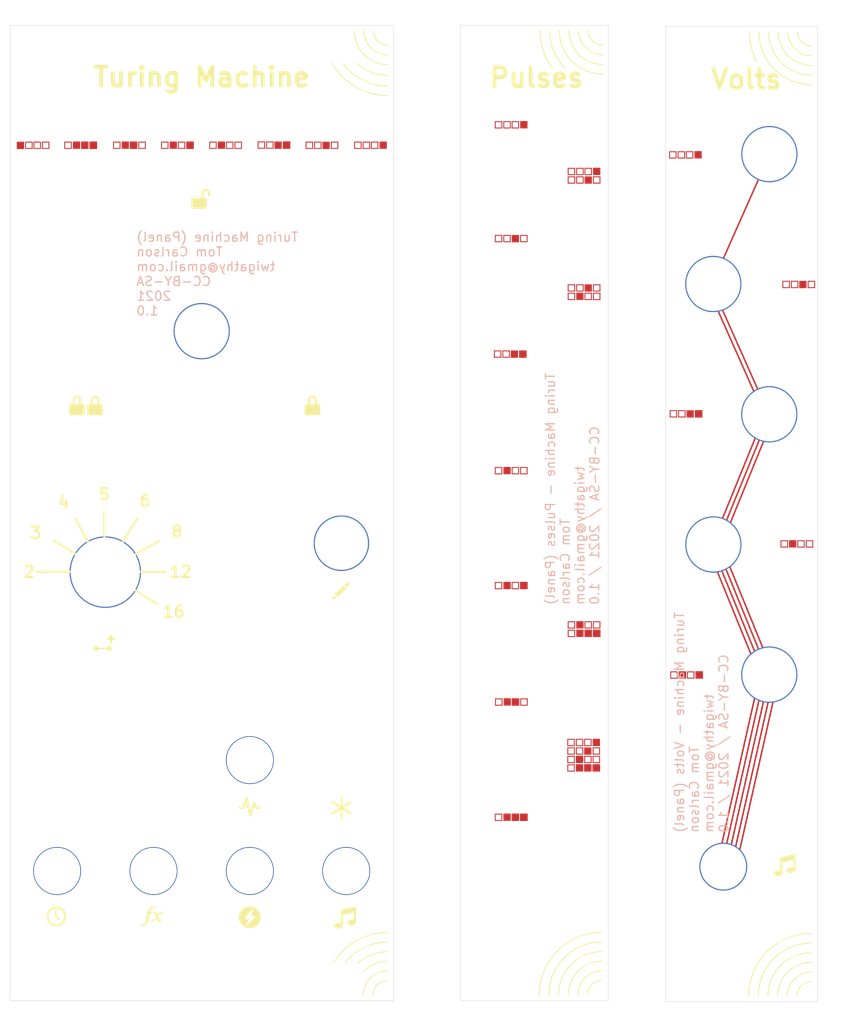
<source format=kicad_pcb>
(kicad_pcb (version 20171130) (host pcbnew "(5.1.4)-1")
  (layers (0 F.Cu signal) (31 B.Cu signal) (34 B.Paste user) (35 F.Paste user) (36 B.SilkS user) (37 F.SilkS user) (38 B.Mask user) (39 F.Mask user) (44 Edge.Cuts user))
  (net 0 "")
  (module RS:note (layer F.Cu) (at 196.9008 140.97)
    (fp_text reference G*** hide)
    (fp_text value LOGO hide)
  )
  (module MountingHole:MountingHole_3.2mm_M3 (layer F.Cu) (at 188.6712 155.9052)
    (fp_text reference REF** hide)
    (fp_text value MountingHole_3.2mm_M3)
    (pad "" np_thru_hole oval (at 0 0) (size 6.4 3.2) (drill oval 6.4 3.2) (layers *.Cu *.Mask))
  )
  (module MountingHole:MountingHole_3.2mm_M3 (layer F.Cu) (at 188.6712 33.4772)
    (fp_text reference REF** hide)
    (fp_text value MountingHole_3.2mm_M3)
    (pad "" np_thru_hole oval (at 0 0) (size 6.4 3.2) (drill oval 6.4 3.2) (layers *.Cu *.Mask))
  )
  (module MountingHole:MountingHole_6mm (layer F.Cu) (at 168.5 57.2973)
    (fp_text reference REF** hide)
    (fp_text value MountingHole_6mm)
    (pad "" np_thru_hole circle (at 0 0) (size 6.1 6.1) (drill 6.1) (layers *.Cu *.Mask))
  )
  (module "" (layer F.Cu) (at 165.9636 50.292 90)
    (fp_text reference @HOLE10 hide)
    (fp_text value "" (at 0 0 90) (layer F.SilkS) (effects (font (size 1.27 1.27))))
    (pad "" np_thru_hole circle (at 0 0 90) (size 3.1 3.1) (drill 3.1) (layers *.Cu *.Mask))
  )
  (module MountingHole:MountingHole_6mm (layer F.Cu) (at 158.975 80.7923)
    (fp_text reference REF** hide)
    (fp_text value MountingHole_6mm)
    (pad "" np_thru_hole circle (at 0 0) (size 6.1 6.1) (drill 6.1) (layers *.Cu *.Mask))
  )
  (module "" (layer F.Cu) (at 156.4386 43.561 90)
    (fp_text reference @HOLE10 hide)
    (fp_text value "" (at 0 0 90) (layer F.SilkS) (effects (font (size 1.27 1.27))))
    (pad "" np_thru_hole circle (at 0 0 90) (size 3.1 3.1) (drill 3.1) (layers *.Cu *.Mask))
  )
  (module MountingHole:MountingHole_3.2mm_M3 (layer F.Cu) (at 158.6484 155.7528)
    (fp_text reference REF** hide)
    (fp_text value MountingHole_3.2mm_M3)
    (pad "" np_thru_hole oval (at 0 0) (size 6.4 3.2) (drill oval 6.4 3.2) (layers *.Cu *.Mask))
  )
  (module MountingHole:MountingHole_3.2mm_M3 (layer F.Cu) (at 158.6484 33.2232)
    (fp_text reference REF** hide)
    (fp_text value MountingHole_3.2mm_M3)
    (pad "" np_thru_hole oval (at 0 0) (size 6.4 3.2) (drill oval 6.4 3.2) (layers *.Cu *.Mask))
  )
  (module "" (layer F.Cu) (at 156.4386 134.747 90)
    (fp_text reference @HOLE10 hide)
    (fp_text value "" (at 0 0 90) (layer F.SilkS) (effects (font (size 1.27 1.27))))
    (pad "" np_thru_hole circle (at 0 0 90) (size 3.1 3.1) (drill 3.1) (layers *.Cu *.Mask))
  )
  (module "" (layer F.Cu) (at 165.9636 126.492 90)
    (fp_text reference @HOLE10 hide)
    (fp_text value "" (at 0 0 90) (layer F.SilkS) (effects (font (size 1.27 1.27))))
    (pad "" np_thru_hole circle (at 0 0 90) (size 3.1 3.1) (drill 3.1) (layers *.Cu *.Mask))
  )
  (module "" (layer F.Cu) (at 156.4386 119.507 90)
    (fp_text reference @HOLE10 hide)
    (fp_text value "" (at 0 0 90) (layer F.SilkS) (effects (font (size 1.27 1.27))))
    (pad "" np_thru_hole circle (at 0 0 90) (size 3.1 3.1) (drill 3.1) (layers *.Cu *.Mask))
  )
  (module "" (layer F.Cu) (at 165.9636 109.982 90)
    (fp_text reference @HOLE10 hide)
    (fp_text value "" (at 0 0 90) (layer F.SilkS) (effects (font (size 1.27 1.27))))
    (pad "" np_thru_hole circle (at 0 0 90) (size 3.1 3.1) (drill 3.1) (layers *.Cu *.Mask))
  )
  (module "" (layer F.Cu) (at 156.4386 104.267 90)
    (fp_text reference @HOLE10 hide)
    (fp_text value "" (at 0 0 90) (layer F.SilkS) (effects (font (size 1.27 1.27))))
    (pad "" np_thru_hole circle (at 0 0 90) (size 3.1 3.1) (drill 3.1) (layers *.Cu *.Mask))
  )
  (module "" (layer F.Cu) (at 156.4386 89.027 90)
    (fp_text reference @HOLE10 hide)
    (fp_text value "" (at 0 0 90) (layer F.SilkS) (effects (font (size 1.27 1.27))))
    (pad "" np_thru_hole circle (at 0 0 90) (size 3.1 3.1) (drill 3.1) (layers *.Cu *.Mask))
  )
  (module "" (layer F.Cu) (at 156.4386 73.787 90)
    (fp_text reference @HOLE10 hide)
    (fp_text value "" (at 0 0 90) (layer F.SilkS) (effects (font (size 1.27 1.27))))
    (pad "" np_thru_hole circle (at 0 0 90) (size 3.1 3.1) (drill 3.1) (layers *.Cu *.Mask))
  )
  (module "" (layer F.Cu) (at 165.9636 65.532 90)
    (fp_text reference @HOLE10 hide)
    (fp_text value "" (at 0 0 90) (layer F.SilkS) (effects (font (size 1.27 1.27))))
    (pad "" np_thru_hole circle (at 0 0 90) (size 3.1 3.1) (drill 3.1) (layers *.Cu *.Mask))
  )
  (module "" (layer F.Cu) (at 156.4386 58.547 90)
    (fp_text reference @HOLE10 hide)
    (fp_text value "" (at 0 0 90) (layer F.SilkS) (effects (font (size 1.27 1.27))))
    (pad "" np_thru_hole circle (at 0 0 90) (size 3.1 3.1) (drill 3.1) (layers *.Cu *.Mask))
  )
  (module MountingHole:MountingHole_6mm (layer F.Cu) (at 158.975 141.7523)
    (fp_text reference REF** hide)
    (fp_text value MountingHole_6mm)
    (pad "" np_thru_hole circle (at 0 0) (size 6.1 6.1) (drill 6.1) (layers *.Cu *.Mask))
  )
  (module MountingHole:MountingHole_6mm (layer F.Cu) (at 168.5 133.4973)
    (fp_text reference REF** hide)
    (fp_text value MountingHole_6mm)
    (pad "" np_thru_hole circle (at 0 0) (size 6.1 6.1) (drill 6.1) (layers *.Cu *.Mask))
  )
  (module MountingHole:MountingHole_6mm (layer F.Cu) (at 158.975 126.5123)
    (fp_text reference REF** hide)
    (fp_text value MountingHole_6mm)
    (pad "" np_thru_hole circle (at 0 0) (size 6.1 6.1) (drill 6.1) (layers *.Cu *.Mask))
  )
  (module MountingHole:MountingHole_6mm (layer F.Cu) (at 168.5 117.6223)
    (fp_text reference REF** hide)
    (fp_text value MountingHole_6mm)
    (pad "" np_thru_hole circle (at 0 0) (size 6.1 6.1) (drill 6.1) (layers *.Cu *.Mask))
  )
  (module MountingHole:MountingHole_6mm (layer F.Cu) (at 158.975 111.2723)
    (fp_text reference REF** hide)
    (fp_text value MountingHole_6mm)
    (pad "" np_thru_hole circle (at 0 0) (size 6.1 6.1) (drill 6.1) (layers *.Cu *.Mask))
  )
  (module MountingHole:MountingHole_6mm (layer F.Cu) (at 158.975 96.0323)
    (fp_text reference REF** hide)
    (fp_text value MountingHole_6mm)
    (pad "" np_thru_hole circle (at 0 0) (size 6.1 6.1) (drill 6.1) (layers *.Cu *.Mask))
  )
  (module MountingHole:MountingHole_6mm (layer F.Cu) (at 168.5 72.5373)
    (fp_text reference REF** hide)
    (fp_text value MountingHole_6mm)
    (pad "" np_thru_hole circle (at 0 0) (size 6.1 6.1) (drill 6.1) (layers *.Cu *.Mask))
  )
  (module MountingHole:MountingHole_6mm (layer F.Cu) (at 158.975 65.5523)
    (fp_text reference REF** hide)
    (fp_text value MountingHole_6mm)
    (pad "" np_thru_hole circle (at 0 0) (size 6.1 6.1) (drill 6.1) (layers *.Cu *.Mask))
  )
  (module MountingHole:MountingHole_6mm (layer F.Cu) (at 158.975 50.3123)
    (fp_text reference REF** hide)
    (fp_text value MountingHole_6mm)
    (pad "" np_thru_hole circle (at 0 0) (size 6.1 6.1) (drill 6.1) (layers *.Cu *.Mask))
  )
  (module RS:note (layer F.Cu) (at 138.9634 147.8788)
    (fp_text reference G*** hide)
    (fp_text value LOGO hide)
  )
  (module RS:scale (layer F.Cu) (at 138.4808 133.4262)
    (fp_text reference G*** hide)
    (fp_text value LOGO hide)
  )
  (module RS:noise (layer F.Cu) (at 126.3142 147.8534)
    (fp_text reference G*** hide)
    (fp_text value LOGO hide)
  )
  (module RS:function (layer F.Cu) (at 113.5126 147.7264)
    (fp_text reference G*** hide)
    (fp_text value LOGO hide)
  )
  (module RS:clock (layer F.Cu) (at 100.8888 147.8026)
    (fp_text reference G*** hide)
    (fp_text value LOGO hide)
  )
  (module RS:pulse (layer F.Cu) (at 126.3396 133.2738)
    (fp_text reference G*** hide)
    (fp_text value LOGO hide)
  )
  (module RS:steps (layer F.Cu) (at 107.188 111.7092)
    (fp_text reference G*** hide)
    (fp_text value LOGO hide)
  )
  (module RS:edit (layer F.Cu) (at 138.3284 104.8512)
    (fp_text reference G*** hide)
    (fp_text value LOGO hide)
  )
  (module RS:unlocked (layer F.Cu) (at 119.888 53.1876)
    (fp_text reference G*** hide)
    (fp_text value LOGO hide)
  )
  (module RS:locked (layer F.Cu) (at 105.9434 80.391)
    (fp_text reference G*** hide)
    (fp_text value LOGO hide)
  )
  (module RS:locked (layer F.Cu) (at 103.5558 80.391)
    (fp_text reference G*** hide)
    (fp_text value LOGO hide)
  )
  (module RS:locked (layer F.Cu) (at 134.5946 80.391)
    (fp_text reference G*** hide)
    (fp_text value LOGO hide)
  )
  (module TuringPanel:SLOT_HOLE (layer F.Cu) (at 137.765 33.3523 180)
    (fp_text reference U$4 hide)
    (fp_text value "" hide)
    (fp_line (start -1.27 -1.6) (end 1.27 -1.6) (layer Edge.Cuts) (width 0.00254))
    (fp_line (start -1.27 1.6) (end 1.27 1.6) (layer Edge.Cuts) (width 0.00254))
    (fp_arc (start 1.27 0) (end 1.27 -1.6) (angle 180) (layer Edge.Cuts) (width 0.00254))
    (fp_arc (start -1.27 0) (end -1.27 -1.6) (angle -180) (layer Edge.Cuts) (width 0.00254))
    (fp_text user "CUT OUT" (at 0 0) (layer Edge.Cuts) (effects (font (size 0.7239 0.7239) (thickness 0.06096))))
  )
  (module TuringPanel:SLOT_HOLE (layer F.Cu) (at 137.765 155.8523 180)
    (fp_text reference U$2 hide)
    (fp_text value "" hide)
    (fp_line (start -1.27 -1.6) (end 1.27 -1.6) (layer Edge.Cuts) (width 0.00254))
    (fp_line (start -1.27 1.6) (end 1.27 1.6) (layer Edge.Cuts) (width 0.00254))
    (fp_arc (start 1.27 0) (end 1.27 -1.6) (angle 180) (layer Edge.Cuts) (width 0.00254))
    (fp_arc (start -1.27 0) (end -1.27 -1.6) (angle -180) (layer Edge.Cuts) (width 0.00254))
    (fp_text user "CUT OUT" (at 0 0) (layer Edge.Cuts) (effects (font (size 0.7239 0.7239) (thickness 0.06096))))
  )
  (module TuringPanel:SLOT_HOLE (layer F.Cu) (at 102.265 33.3523 180)
    (fp_text reference U$3 hide)
    (fp_text value "" hide)
    (fp_line (start -1.27 -1.6) (end 1.27 -1.6) (layer Edge.Cuts) (width 0.00254))
    (fp_line (start -1.27 1.6) (end 1.27 1.6) (layer Edge.Cuts) (width 0.00254))
    (fp_arc (start 1.27 0) (end 1.27 -1.6) (angle 180) (layer Edge.Cuts) (width 0.00254))
    (fp_arc (start -1.27 0) (end -1.27 -1.6) (angle -180) (layer Edge.Cuts) (width 0.00254))
    (fp_text user "CUT OUT" (at 0 0) (layer Edge.Cuts) (effects (font (size 0.7239 0.7239) (thickness 0.06096))))
  )
  (module "" (layer F.Cu) (at 97.775 42.9463 90)
    (fp_text reference @HOLE3 hide)
    (fp_text value "" (at 0 0 90) (layer F.SilkS) (effects (font (size 1.27 1.27))))
    (pad "" np_thru_hole circle (at 0 0 90) (size 3.1 3.1) (drill 3.1) (layers *.Cu *.Mask))
  )
  (module "" (layer F.Cu) (at 110.475 42.9463 90)
    (fp_text reference @HOLE5 hide)
    (fp_text value "" (at 0 0 90) (layer F.SilkS) (effects (font (size 1.27 1.27))))
    (pad "" np_thru_hole circle (at 0 0 90) (size 3.1 3.1) (drill 3.1) (layers *.Cu *.Mask))
  )
  (module "" (layer F.Cu) (at 138.415 125.2423 90)
    (fp_text reference @HOLE2 hide)
    (fp_text value "" (at 0 0 90) (layer F.SilkS) (effects (font (size 1.27 1.27))))
    (pad "" np_thru_hole circle (at 0 0 90) (size 7.1 7.1) (drill 7.1) (layers *.Cu *.Mask))
  )
  (module TuringPanel:SLOT_HOLE (layer F.Cu) (at 102.265 155.8523 180)
    (fp_text reference U$1 hide)
    (fp_text value "" hide)
    (fp_line (start -1.27 -1.6) (end 1.27 -1.6) (layer Edge.Cuts) (width 0.00254))
    (fp_line (start -1.27 1.6) (end 1.27 1.6) (layer Edge.Cuts) (width 0.00254))
    (fp_arc (start 1.27 0) (end 1.27 -1.6) (angle 180) (layer Edge.Cuts) (width 0.00254))
    (fp_arc (start -1.27 0) (end -1.27 -1.6) (angle -180) (layer Edge.Cuts) (width 0.00254))
    (fp_text user "CUT OUT" (at 0 0) (layer Edge.Cuts) (effects (font (size 0.7239 0.7239) (thickness 0.06096))))
  )
  (module "" (layer F.Cu) (at 104.125 42.9463 90)
    (fp_text reference @HOLE4 hide)
    (fp_text value "" (at 0 0 90) (layer F.SilkS) (effects (font (size 1.27 1.27))))
    (pad "" np_thru_hole circle (at 0 0 90) (size 3.1 3.1) (drill 3.1) (layers *.Cu *.Mask))
  )
  (module "" (layer F.Cu) (at 123.175 120.1623 90)
    (fp_text reference @HOLE1 hide)
    (fp_text value "" (at 0 0 90) (layer F.SilkS) (effects (font (size 1.27 1.27))))
    (pad "" np_thru_hole circle (at 0 0 90) (size 3.1 3.1) (drill 3.1) (layers *.Cu *.Mask))
  )
  (module "" (layer F.Cu) (at 97.775 134.7673 90)
    (fp_text reference @HOLE0 hide)
    (fp_text value "" (at 0 0 90) (layer F.SilkS) (effects (font (size 1.27 1.27))))
    (pad "" np_thru_hole circle (at 0 0 90) (size 3.1 3.1) (drill 3.1) (layers *.Cu *.Mask))
  )
  (module "" (layer F.Cu) (at 138.415 111.9073 90)
    (fp_text reference @HOLE11 hide)
    (fp_text value "" (at 0 0 90) (layer F.SilkS) (effects (font (size 1.27 1.27))))
    (pad "" np_thru_hole circle (at 0 0 90) (size 3 3) (drill 3) (layers *.Cu *.Mask))
  )
  (module "" (layer F.Cu) (at 116.825 42.9463 90)
    (fp_text reference @HOLE6 hide)
    (fp_text value "" (at 0 0 90) (layer F.SilkS) (effects (font (size 1.27 1.27))))
    (pad "" np_thru_hole circle (at 0 0 90) (size 3.1 3.1) (drill 3.1) (layers *.Cu *.Mask))
  )
  (module "" (layer F.Cu) (at 142.225 42.9463 90)
    (fp_text reference @HOLE10 hide)
    (fp_text value "" (at 0 0 90) (layer F.SilkS) (effects (font (size 1.27 1.27))))
    (pad "" np_thru_hole circle (at 0 0 90) (size 3.1 3.1) (drill 3.1) (layers *.Cu *.Mask))
  )
  (module "" (layer F.Cu) (at 135.875 42.9463 90)
    (fp_text reference @HOLE9 hide)
    (fp_text value "" (at 0 0 90) (layer F.SilkS) (effects (font (size 1.27 1.27))))
    (pad "" np_thru_hole circle (at 0 0 90) (size 3.1 3.1) (drill 3.1) (layers *.Cu *.Mask))
  )
  (module "" (layer F.Cu) (at 129.525 42.9463 90)
    (fp_text reference @HOLE8 hide)
    (fp_text value "" (at 0 0 90) (layer F.SilkS) (effects (font (size 1.27 1.27))))
    (pad "" np_thru_hole circle (at 0 0 90) (size 3.1 3.1) (drill 3.1) (layers *.Cu *.Mask))
  )
  (module "" (layer F.Cu) (at 123.175 42.9463 90)
    (fp_text reference @HOLE7 hide)
    (fp_text value "" (at 0 0 90) (layer F.SilkS) (effects (font (size 1.27 1.27))))
    (pad "" np_thru_hole circle (at 0 0 90) (size 3.1 3.1) (drill 3.1) (layers *.Cu *.Mask))
  )
  (gr_text "Turing Machine - Volts (Panel)\nTom Carlson\ntwigathy@gmail.com\nCC-BY-SA / 2021 / 1.0" (at 182.2704 136.8044 90) (layer B.SilkS) (effects (font (size 1.2065 1.2065) (thickness 0.1524)) (justify right top mirror)))
  (gr_text "Turing Machine - Pulses (Panel)\nTom Carlson\ntwigathy@gmail.com\nCC-BY-SA / 2021 / 1.0" (at 165.2524 106.7816 90) (layer B.SilkS) (effects (font (size 1.2065 1.2065) (thickness 0.1524)) (justify right top mirror)))
  (gr_line (start 184.023 115.5192) (end 184.023 116.3574) (layer F.Cu) (width 0.12))
  (gr_line (start 184.8866 116.3574) (end 184.8866 115.5192) (layer F.Cu) (width 0.12))
  (gr_line (start 184.8866 115.5192) (end 184.023 115.5192) (layer F.Cu) (width 0.12))
  (gr_line (start 186.0042 115.5192) (end 185.1406 115.5192) (layer F.Cu) (width 0.12))
  (gr_line (start 184.023 116.3574) (end 184.8866 116.3574) (layer F.Cu) (width 0.12))
  (gr_line (start 181.8132 115.5192) (end 181.8132 116.3574) (layer F.Cu) (width 0.12))
  (gr_line (start 185.1406 115.5192) (end 185.1406 116.3574) (layer F.Cu) (width 0.12))
  (gr_line (start 186.0042 116.3574) (end 186.0042 115.5192) (layer F.Cu) (width 0.12))
  (gr_line (start 182.6768 116.3574) (end 182.6768 115.5192) (layer F.Cu) (width 0.12))
  (gr_poly (pts (xy 186.0042 116.3574) (xy 185.1406 116.3574) (xy 185.1406 115.4938) (xy 186.0042 115.4938)) (layer F.Cu) (width 0.1))
  (gr_line (start 181.8132 116.3574) (end 182.6768 116.3574) (layer F.Cu) (width 0.12))
  (gr_line (start 185.1406 116.3574) (end 186.0042 116.3574) (layer F.Cu) (width 0.12))
  (gr_poly (pts (xy 183.7944 116.3574) (xy 182.9308 116.3574) (xy 182.9308 115.4938) (xy 183.7944 115.4938)) (layer F.Cu) (width 0.1))
  (gr_line (start 182.6768 115.5192) (end 181.8132 115.5192) (layer F.Cu) (width 0.12))
  (gr_line (start 200.533 99.0854) (end 200.533 98.2472) (layer F.Cu) (width 0.12))
  (gr_line (start 197.2056 98.2472) (end 196.342 98.2472) (layer F.Cu) (width 0.12))
  (gr_poly (pts (xy 198.3232 99.0854) (xy 197.4596 99.0854) (xy 197.4596 98.2218) (xy 198.3232 98.2218)) (layer F.Cu) (width 0.1))
  (gr_line (start 199.6694 99.0854) (end 200.533 99.0854) (layer F.Cu) (width 0.12))
  (gr_line (start 199.4154 99.0854) (end 199.4154 98.2472) (layer F.Cu) (width 0.12))
  (gr_line (start 197.2056 99.0854) (end 197.2056 98.2472) (layer F.Cu) (width 0.12))
  (gr_line (start 198.5518 98.2472) (end 198.5518 99.0854) (layer F.Cu) (width 0.12))
  (gr_line (start 198.5518 99.0854) (end 199.4154 99.0854) (layer F.Cu) (width 0.12))
  (gr_line (start 196.342 98.2472) (end 196.342 99.0854) (layer F.Cu) (width 0.12))
  (gr_line (start 199.6694 98.2472) (end 199.6694 99.0854) (layer F.Cu) (width 0.12))
  (gr_line (start 196.342 99.0854) (end 197.2056 99.0854) (layer F.Cu) (width 0.12))
  (gr_line (start 200.533 98.2472) (end 199.6694 98.2472) (layer F.Cu) (width 0.12))
  (gr_line (start 199.4154 98.2472) (end 198.5518 98.2472) (layer F.Cu) (width 0.12))
  (gr_line (start 185.928 81.1022) (end 185.0644 81.1022) (layer F.Cu) (width 0.12))
  (gr_line (start 185.928 81.9404) (end 185.928 81.1022) (layer F.Cu) (width 0.12))
  (gr_line (start 183.7182 81.9404) (end 183.7182 81.1022) (layer F.Cu) (width 0.12))
  (gr_line (start 182.6006 81.9404) (end 182.6006 81.1022) (layer F.Cu) (width 0.12))
  (gr_line (start 181.737 81.1022) (end 181.737 81.9404) (layer F.Cu) (width 0.12))
  (gr_line (start 185.0644 81.9404) (end 185.928 81.9404) (layer F.Cu) (width 0.12))
  (gr_line (start 182.8546 81.9404) (end 183.7182 81.9404) (layer F.Cu) (width 0.12))
  (gr_line (start 185.0644 81.1022) (end 185.0644 81.9404) (layer F.Cu) (width 0.12))
  (gr_line (start 182.8546 81.1022) (end 182.8546 81.9404) (layer F.Cu) (width 0.12))
  (gr_line (start 183.7182 81.1022) (end 182.8546 81.1022) (layer F.Cu) (width 0.12))
  (gr_line (start 181.737 81.9404) (end 182.6006 81.9404) (layer F.Cu) (width 0.12))
  (gr_line (start 182.6006 81.1022) (end 181.737 81.1022) (layer F.Cu) (width 0.12))
  (gr_poly (pts (xy 183.9468 81.1022) (xy 184.8104 81.1022) (xy 184.8104 81.9658) (xy 183.9468 81.9658)) (layer F.Cu) (width 0.1))
  (gr_poly (pts (xy 185.0644 81.1022) (xy 185.928 81.1022) (xy 185.928 81.9658) (xy 185.0644 81.9658)) (layer F.Cu) (width 0.1))
  (gr_line (start 197.7136 64.897) (end 198.5772 64.897) (layer F.Cu) (width 0.12))
  (gr_poly (pts (xy 198.8058 64.0588) (xy 199.6694 64.0588) (xy 199.6694 64.9224) (xy 198.8058 64.9224)) (layer F.Cu) (width 0.1))
  (gr_line (start 198.5772 64.0588) (end 197.7136 64.0588) (layer F.Cu) (width 0.12))
  (gr_line (start 196.596 64.0588) (end 196.596 64.897) (layer F.Cu) (width 0.12))
  (gr_line (start 199.9234 64.897) (end 200.787 64.897) (layer F.Cu) (width 0.12))
  (gr_line (start 200.787 64.897) (end 200.787 64.0588) (layer F.Cu) (width 0.12))
  (gr_line (start 197.7136 64.0588) (end 197.7136 64.897) (layer F.Cu) (width 0.12))
  (gr_line (start 196.596 64.897) (end 197.4596 64.897) (layer F.Cu) (width 0.12))
  (gr_line (start 198.5772 64.897) (end 198.5772 64.0588) (layer F.Cu) (width 0.12))
  (gr_line (start 199.9234 64.0588) (end 199.9234 64.897) (layer F.Cu) (width 0.12))
  (gr_line (start 197.4596 64.897) (end 197.4596 64.0588) (layer F.Cu) (width 0.12))
  (gr_line (start 197.4596 64.0588) (end 196.596 64.0588) (layer F.Cu) (width 0.12))
  (gr_line (start 200.787 64.0588) (end 199.9234 64.0588) (layer F.Cu) (width 0.12))
  (gr_line (start 182.5244 47.8282) (end 182.5244 46.99) (layer F.Cu) (width 0.12))
  (gr_line (start 181.6608 47.8282) (end 182.5244 47.8282) (layer F.Cu) (width 0.12))
  (gr_line (start 181.6608 46.99) (end 181.6608 47.8282) (layer F.Cu) (width 0.12))
  (gr_line (start 183.642 46.99) (end 182.7784 46.99) (layer F.Cu) (width 0.12))
  (gr_line (start 182.7784 46.99) (end 182.7784 47.8282) (layer F.Cu) (width 0.12))
  (gr_line (start 184.7342 47.8282) (end 184.7342 46.99) (layer F.Cu) (width 0.12))
  (gr_line (start 184.7342 46.99) (end 183.8706 46.99) (layer F.Cu) (width 0.12))
  (gr_poly (pts (xy 185.8518 47.8282) (xy 184.9882 47.8282) (xy 184.9882 46.9646) (xy 185.8518 46.9646)) (layer F.Cu) (width 0.1))
  (gr_line (start 182.5244 46.99) (end 181.6608 46.99) (layer F.Cu) (width 0.12))
  (gr_line (start 183.8706 46.99) (end 183.8706 47.8282) (layer F.Cu) (width 0.12))
  (gr_line (start 183.8706 47.8282) (end 184.7342 47.8282) (layer F.Cu) (width 0.12))
  (gr_line (start 182.7784 47.8282) (end 183.642 47.8282) (layer F.Cu) (width 0.12))
  (gr_line (start 183.642 47.8282) (end 183.642 46.99) (layer F.Cu) (width 0.12))
  (gr_arc (start 200.4314 31.1912) (end 193.4464 31.1912) (angle -90.21418883) (layer F.SilkS) (width 0.12))
  (gr_arc (start 200.4314 31.1912) (end 195.9864 31.1912) (angle -90.33214573) (layer F.SilkS) (width 0.12))
  (gr_arc (start 200.4314 31.1912) (end 194.7164 31.1912) (angle -90.28293982) (layer F.SilkS) (width 0.12))
  (gr_arc (start 200.4314 31.1912) (end 197.2564 31.1912) (angle -90) (layer F.SilkS) (width 0.12))
  (gr_arc (start 200.4314 31.1912) (end 192.1764 31.1912) (angle -28.21735585) (layer F.SilkS) (width 0.12))
  (gr_arc (start 200.4314 31.1912) (end 198.5264 31.1912) (angle -90) (layer F.SilkS) (width 0.12))
  (gr_arc (start 200.3425 158.242) (end 200.3425 152.527) (angle -90) (layer F.SilkS) (width 0.12))
  (gr_arc (start 200.3425 158.242) (end 200.3425 151.257) (angle -90) (layer F.SilkS) (width 0.12))
  (gr_arc (start 200.3425 158.242) (end 200.3425 149.987) (angle -90) (layer F.SilkS) (width 0.12))
  (gr_arc (start 200.3425 158.242) (end 200.3425 153.797) (angle -90) (layer F.SilkS) (width 0.12))
  (gr_arc (start 200.3425 158.242) (end 200.3425 156.337) (angle -90) (layer F.SilkS) (width 0.12))
  (gr_arc (start 200.3425 158.242) (end 200.3425 155.067) (angle -90) (layer F.SilkS) (width 0.12))
  (gr_text Volts (at 191.77 37.4396) (layer F.SilkS) (effects (font (size 2.5 2.5) (thickness 0.5))))
  (gr_line (start 201.1604 30.4793) (end 181.1604 30.4793) (layer Edge.Cuts) (width 0.05))
  (gr_line (start 201.1604 158.9793) (end 201.1604 30.4793) (layer Edge.Cuts) (width 0.05))
  (gr_line (start 181.1604 158.9793) (end 201.1604 158.9793) (layer Edge.Cuts) (width 0.05))
  (gr_line (start 181.1604 30.4793) (end 181.1604 158.9793) (layer Edge.Cuts) (width 0.05))
  (gr_line (start 168.2496 127.762) (end 168.2496 128.6002) (layer F.Cu) (width 0.12))
  (gr_line (start 172.4406 128.6002) (end 172.4406 127.762) (layer F.Cu) (width 0.12))
  (gr_line (start 172.4406 127.762) (end 171.577 127.762) (layer F.Cu) (width 0.12))
  (gr_line (start 171.577 128.6002) (end 172.4406 128.6002) (layer F.Cu) (width 0.12))
  (gr_line (start 169.1132 128.6002) (end 169.1132 127.762) (layer F.Cu) (width 0.12))
  (gr_line (start 171.323 128.6002) (end 171.323 127.762) (layer F.Cu) (width 0.12))
  (gr_line (start 172.4406 128.6002) (end 172.4406 127.762) (layer F.Cu) (width 0.12))
  (gr_line (start 171.323 127.4826) (end 171.323 126.6444) (layer F.Cu) (width 0.12))
  (gr_line (start 172.4406 127.762) (end 171.577 127.762) (layer F.Cu) (width 0.12))
  (gr_line (start 169.1132 127.762) (end 168.2496 127.762) (layer F.Cu) (width 0.12))
  (gr_line (start 171.323 126.6444) (end 170.4594 126.6444) (layer F.Cu) (width 0.12))
  (gr_line (start 168.2496 128.6002) (end 169.1132 128.6002) (layer F.Cu) (width 0.12))
  (gr_poly (pts (xy 170.2308 127.4826) (xy 169.3672 127.4826) (xy 169.3672 126.619) (xy 170.2308 126.619)) (layer F.Cu) (width 0.1))
  (gr_line (start 169.1132 127.4826) (end 169.1132 126.6444) (layer F.Cu) (width 0.12))
  (gr_line (start 168.2496 126.6444) (end 168.2496 127.4826) (layer F.Cu) (width 0.12))
  (gr_line (start 170.4594 127.4826) (end 171.323 127.4826) (layer F.Cu) (width 0.12))
  (gr_line (start 171.577 127.4826) (end 172.4406 127.4826) (layer F.Cu) (width 0.12))
  (gr_line (start 171.323 127.762) (end 170.4594 127.762) (layer F.Cu) (width 0.12))
  (gr_poly (pts (xy 171.323 128.6002) (xy 170.4594 128.6002) (xy 170.4594 127.7366) (xy 171.323 127.7366)) (layer F.Cu) (width 0.1))
  (gr_line (start 170.4594 127.762) (end 170.4594 128.6002) (layer F.Cu) (width 0.12))
  (gr_poly (pts (xy 172.4406 128.6002) (xy 171.577 128.6002) (xy 171.577 127.7366) (xy 172.4406 127.7366)) (layer F.Cu) (width 0.1))
  (gr_line (start 171.577 128.6002) (end 172.4406 128.6002) (layer F.Cu) (width 0.12))
  (gr_line (start 171.577 127.762) (end 171.577 128.6002) (layer F.Cu) (width 0.12))
  (gr_line (start 171.577 127.762) (end 171.577 128.6002) (layer F.Cu) (width 0.12))
  (gr_line (start 170.4594 128.6002) (end 171.323 128.6002) (layer F.Cu) (width 0.12))
  (gr_poly (pts (xy 170.2308 128.6002) (xy 169.3672 128.6002) (xy 169.3672 127.7366) (xy 170.2308 127.7366)) (layer F.Cu) (width 0.1))
  (gr_line (start 172.4406 127.4826) (end 172.4406 126.6444) (layer F.Cu) (width 0.12))
  (gr_line (start 172.4406 126.6444) (end 171.577 126.6444) (layer F.Cu) (width 0.12))
  (gr_line (start 168.2496 127.4826) (end 169.1132 127.4826) (layer F.Cu) (width 0.12))
  (gr_line (start 171.577 126.6444) (end 171.577 127.4826) (layer F.Cu) (width 0.12))
  (gr_line (start 169.1132 126.6444) (end 168.2496 126.6444) (layer F.Cu) (width 0.12))
  (gr_line (start 170.4594 126.6444) (end 170.4594 127.4826) (layer F.Cu) (width 0.12))
  (gr_line (start 170.4594 124.4092) (end 170.4594 125.2474) (layer F.Cu) (width 0.12))
  (gr_line (start 169.3672 125.2474) (end 170.2308 125.2474) (layer F.Cu) (width 0.12))
  (gr_line (start 171.323 125.2474) (end 171.323 124.4092) (layer F.Cu) (width 0.12))
  (gr_line (start 168.2496 124.4092) (end 168.2496 125.2474) (layer F.Cu) (width 0.12))
  (gr_line (start 169.1132 125.5268) (end 168.2496 125.5268) (layer F.Cu) (width 0.12))
  (gr_line (start 171.323 124.4092) (end 170.4594 124.4092) (layer F.Cu) (width 0.12))
  (gr_line (start 170.2308 125.2474) (end 170.2308 124.4092) (layer F.Cu) (width 0.12))
  (gr_line (start 168.2496 125.2474) (end 169.1132 125.2474) (layer F.Cu) (width 0.12))
  (gr_poly (pts (xy 172.4406 125.2474) (xy 171.577 125.2474) (xy 171.577 124.3838) (xy 172.4406 124.3838)) (layer F.Cu) (width 0.1))
  (gr_line (start 169.1132 124.4092) (end 168.2496 124.4092) (layer F.Cu) (width 0.12))
  (gr_line (start 169.1132 125.2474) (end 169.1132 124.4092) (layer F.Cu) (width 0.12))
  (gr_line (start 170.2308 124.4092) (end 169.3672 124.4092) (layer F.Cu) (width 0.12))
  (gr_line (start 169.3672 124.4092) (end 169.3672 125.2474) (layer F.Cu) (width 0.12))
  (gr_line (start 170.4594 125.2474) (end 171.323 125.2474) (layer F.Cu) (width 0.12))
  (gr_line (start 170.2308 126.365) (end 170.2308 125.5268) (layer F.Cu) (width 0.12))
  (gr_line (start 170.2308 125.5268) (end 169.3672 125.5268) (layer F.Cu) (width 0.12))
  (gr_line (start 171.577 126.365) (end 172.4406 126.365) (layer F.Cu) (width 0.12))
  (gr_line (start 169.3672 126.365) (end 170.2308 126.365) (layer F.Cu) (width 0.12))
  (gr_line (start 172.4406 125.5268) (end 171.577 125.5268) (layer F.Cu) (width 0.12))
  (gr_line (start 171.577 125.5268) (end 171.577 126.365) (layer F.Cu) (width 0.12))
  (gr_poly (pts (xy 170.4594 125.5268) (xy 171.323 125.5268) (xy 171.323 126.3904) (xy 170.4594 126.3904)) (layer F.Cu) (width 0.1))
  (gr_line (start 168.2496 125.5268) (end 168.2496 126.365) (layer F.Cu) (width 0.12))
  (gr_line (start 169.1132 126.365) (end 169.1132 125.5268) (layer F.Cu) (width 0.12))
  (gr_line (start 169.3672 125.5268) (end 169.3672 126.365) (layer F.Cu) (width 0.12))
  (gr_line (start 168.2496 126.365) (end 169.1132 126.365) (layer F.Cu) (width 0.12))
  (gr_line (start 172.4406 126.365) (end 172.4406 125.5268) (layer F.Cu) (width 0.12))
  (gr_line (start 171.6278 110.871) (end 172.4914 110.871) (layer F.Cu) (width 0.12))
  (gr_line (start 168.3004 110.0328) (end 168.3004 110.871) (layer F.Cu) (width 0.12))
  (gr_line (start 169.164 110.871) (end 169.164 110.0328) (layer F.Cu) (width 0.12))
  (gr_line (start 172.4914 110.871) (end 172.4914 110.0328) (layer F.Cu) (width 0.12))
  (gr_line (start 172.4914 110.0328) (end 171.6278 110.0328) (layer F.Cu) (width 0.12))
  (gr_poly (pts (xy 172.4914 110.871) (xy 171.6278 110.871) (xy 171.6278 110.0074) (xy 172.4914 110.0074)) (layer F.Cu) (width 0.1))
  (gr_line (start 171.6278 110.0328) (end 171.6278 110.871) (layer F.Cu) (width 0.12))
  (gr_line (start 171.6278 110.0328) (end 171.6278 110.871) (layer F.Cu) (width 0.12))
  (gr_line (start 170.5102 110.871) (end 171.3738 110.871) (layer F.Cu) (width 0.12))
  (gr_poly (pts (xy 171.3738 110.871) (xy 170.5102 110.871) (xy 170.5102 110.0074) (xy 171.3738 110.0074)) (layer F.Cu) (width 0.1))
  (gr_poly (pts (xy 170.2816 110.871) (xy 169.418 110.871) (xy 169.418 110.0074) (xy 170.2816 110.0074)) (layer F.Cu) (width 0.1))
  (gr_line (start 171.6278 110.871) (end 172.4914 110.871) (layer F.Cu) (width 0.12))
  (gr_line (start 170.5102 110.0328) (end 170.5102 110.871) (layer F.Cu) (width 0.12))
  (gr_line (start 171.3738 110.0328) (end 170.5102 110.0328) (layer F.Cu) (width 0.12))
  (gr_line (start 172.4914 110.871) (end 172.4914 110.0328) (layer F.Cu) (width 0.12))
  (gr_line (start 172.4914 110.0328) (end 171.6278 110.0328) (layer F.Cu) (width 0.12))
  (gr_line (start 169.164 110.0328) (end 168.3004 110.0328) (layer F.Cu) (width 0.12))
  (gr_line (start 168.3004 110.871) (end 169.164 110.871) (layer F.Cu) (width 0.12))
  (gr_line (start 171.3738 110.871) (end 171.3738 110.0328) (layer F.Cu) (width 0.12))
  (gr_line (start 169.164 109.7534) (end 169.164 108.9152) (layer F.Cu) (width 0.12))
  (gr_line (start 171.3738 109.7534) (end 171.3738 108.9152) (layer F.Cu) (width 0.12))
  (gr_line (start 168.3004 108.9152) (end 168.3004 109.7534) (layer F.Cu) (width 0.12))
  (gr_line (start 171.6278 109.7534) (end 172.4914 109.7534) (layer F.Cu) (width 0.12))
  (gr_line (start 170.5102 109.7534) (end 171.3738 109.7534) (layer F.Cu) (width 0.12))
  (gr_line (start 171.3738 108.9152) (end 170.5102 108.9152) (layer F.Cu) (width 0.12))
  (gr_poly (pts (xy 170.2816 109.7534) (xy 169.418 109.7534) (xy 169.418 108.8898) (xy 170.2816 108.8898)) (layer F.Cu) (width 0.1))
  (gr_line (start 172.4914 108.9152) (end 171.6278 108.9152) (layer F.Cu) (width 0.12))
  (gr_line (start 168.3004 109.7534) (end 169.164 109.7534) (layer F.Cu) (width 0.12))
  (gr_line (start 171.6278 108.9152) (end 171.6278 109.7534) (layer F.Cu) (width 0.12))
  (gr_line (start 169.164 108.9152) (end 168.3004 108.9152) (layer F.Cu) (width 0.12))
  (gr_line (start 170.5102 108.9152) (end 170.5102 109.7534) (layer F.Cu) (width 0.12))
  (gr_line (start 172.4914 109.7534) (end 172.4914 108.9152) (layer F.Cu) (width 0.12))
  (gr_line (start 169.164 66.4718) (end 169.164 65.6336) (layer F.Cu) (width 0.12))
  (gr_line (start 171.3738 66.4718) (end 171.3738 65.6336) (layer F.Cu) (width 0.12))
  (gr_line (start 168.3004 65.6336) (end 168.3004 66.4718) (layer F.Cu) (width 0.12))
  (gr_line (start 171.6278 66.4718) (end 172.4914 66.4718) (layer F.Cu) (width 0.12))
  (gr_line (start 170.5102 66.4718) (end 171.3738 66.4718) (layer F.Cu) (width 0.12))
  (gr_line (start 171.3738 65.6336) (end 170.5102 65.6336) (layer F.Cu) (width 0.12))
  (gr_poly (pts (xy 170.2816 66.4718) (xy 169.418 66.4718) (xy 169.418 65.6082) (xy 170.2816 65.6082)) (layer F.Cu) (width 0.1))
  (gr_line (start 172.4914 65.6336) (end 171.6278 65.6336) (layer F.Cu) (width 0.12))
  (gr_line (start 168.3004 66.4718) (end 169.164 66.4718) (layer F.Cu) (width 0.12))
  (gr_line (start 171.6278 65.6336) (end 171.6278 66.4718) (layer F.Cu) (width 0.12))
  (gr_line (start 169.164 65.6336) (end 168.3004 65.6336) (layer F.Cu) (width 0.12))
  (gr_line (start 170.5102 65.6336) (end 170.5102 66.4718) (layer F.Cu) (width 0.12))
  (gr_line (start 172.4914 66.4718) (end 172.4914 65.6336) (layer F.Cu) (width 0.12))
  (gr_line (start 168.3004 65.3542) (end 169.164 65.3542) (layer F.Cu) (width 0.12))
  (gr_line (start 169.418 64.516) (end 169.418 65.3542) (layer F.Cu) (width 0.12))
  (gr_line (start 172.4914 65.3542) (end 172.4914 64.516) (layer F.Cu) (width 0.12))
  (gr_line (start 168.3004 64.516) (end 168.3004 65.3542) (layer F.Cu) (width 0.12))
  (gr_line (start 169.164 65.3542) (end 169.164 64.516) (layer F.Cu) (width 0.12))
  (gr_poly (pts (xy 170.5102 64.516) (xy 171.3738 64.516) (xy 171.3738 65.3796) (xy 170.5102 65.3796)) (layer F.Cu) (width 0.1))
  (gr_line (start 170.2816 65.3542) (end 170.2816 64.516) (layer F.Cu) (width 0.12))
  (gr_line (start 170.2816 64.516) (end 169.418 64.516) (layer F.Cu) (width 0.12))
  (gr_line (start 171.6278 65.3542) (end 172.4914 65.3542) (layer F.Cu) (width 0.12))
  (gr_line (start 169.418 65.3542) (end 170.2816 65.3542) (layer F.Cu) (width 0.12))
  (gr_line (start 172.4914 64.516) (end 171.6278 64.516) (layer F.Cu) (width 0.12))
  (gr_line (start 171.6278 64.516) (end 171.6278 65.3542) (layer F.Cu) (width 0.12))
  (gr_line (start 169.164 64.516) (end 168.3004 64.516) (layer F.Cu) (width 0.12))
  (gr_line (start 168.3004 51.1302) (end 169.164 51.1302) (layer F.Cu) (width 0.12))
  (gr_line (start 169.418 50.292) (end 169.418 51.1302) (layer F.Cu) (width 0.12))
  (gr_line (start 172.4914 51.1302) (end 172.4914 50.292) (layer F.Cu) (width 0.12))
  (gr_line (start 168.3004 50.292) (end 168.3004 51.1302) (layer F.Cu) (width 0.12))
  (gr_line (start 169.164 51.1302) (end 169.164 50.292) (layer F.Cu) (width 0.12))
  (gr_poly (pts (xy 170.5102 50.292) (xy 171.3738 50.292) (xy 171.3738 51.1556) (xy 170.5102 51.1556)) (layer F.Cu) (width 0.1))
  (gr_line (start 170.2816 51.1302) (end 170.2816 50.292) (layer F.Cu) (width 0.12))
  (gr_line (start 170.2816 50.292) (end 169.418 50.292) (layer F.Cu) (width 0.12))
  (gr_line (start 171.6278 51.1302) (end 172.4914 51.1302) (layer F.Cu) (width 0.12))
  (gr_line (start 169.418 51.1302) (end 170.2816 51.1302) (layer F.Cu) (width 0.12))
  (gr_line (start 172.4914 50.292) (end 171.6278 50.292) (layer F.Cu) (width 0.12))
  (gr_line (start 171.6278 50.292) (end 171.6278 51.1302) (layer F.Cu) (width 0.12))
  (gr_line (start 169.164 50.292) (end 168.3004 50.292) (layer F.Cu) (width 0.12))
  (gr_line (start 169.418 50.0126) (end 170.2816 50.0126) (layer F.Cu) (width 0.12))
  (gr_poly (pts (xy 172.4914 50.0126) (xy 171.6278 50.0126) (xy 171.6278 49.149) (xy 172.4914 49.149)) (layer F.Cu) (width 0.1))
  (gr_line (start 168.3004 50.0126) (end 169.164 50.0126) (layer F.Cu) (width 0.12))
  (gr_line (start 171.3738 50.0126) (end 171.3738 49.1744) (layer F.Cu) (width 0.12))
  (gr_line (start 169.164 49.1744) (end 168.3004 49.1744) (layer F.Cu) (width 0.12))
  (gr_line (start 169.164 50.0126) (end 169.164 49.1744) (layer F.Cu) (width 0.12))
  (gr_line (start 170.2816 49.1744) (end 169.418 49.1744) (layer F.Cu) (width 0.12))
  (gr_line (start 168.3004 49.1744) (end 168.3004 50.0126) (layer F.Cu) (width 0.12))
  (gr_line (start 171.3738 49.1744) (end 170.5102 49.1744) (layer F.Cu) (width 0.12))
  (gr_line (start 169.418 49.1744) (end 169.418 50.0126) (layer F.Cu) (width 0.12))
  (gr_line (start 170.2816 50.0126) (end 170.2816 49.1744) (layer F.Cu) (width 0.12))
  (gr_line (start 170.5102 49.1744) (end 170.5102 50.0126) (layer F.Cu) (width 0.12))
  (gr_line (start 170.5102 50.0126) (end 171.3738 50.0126) (layer F.Cu) (width 0.12))
  (gr_line (start 162.0266 135.1026) (end 162.8902 135.1026) (layer F.Cu) (width 0.12))
  (gr_line (start 158.6992 134.2644) (end 158.6992 135.1026) (layer F.Cu) (width 0.12))
  (gr_line (start 159.5628 135.1026) (end 159.5628 134.2644) (layer F.Cu) (width 0.12))
  (gr_line (start 162.8902 135.1026) (end 162.8902 134.2644) (layer F.Cu) (width 0.12))
  (gr_line (start 162.8902 134.2644) (end 162.0266 134.2644) (layer F.Cu) (width 0.12))
  (gr_poly (pts (xy 162.8902 135.1026) (xy 162.0266 135.1026) (xy 162.0266 134.239) (xy 162.8902 134.239)) (layer F.Cu) (width 0.1))
  (gr_line (start 162.0266 134.2644) (end 162.0266 135.1026) (layer F.Cu) (width 0.12))
  (gr_line (start 160.909 103.7336) (end 160.909 104.5718) (layer F.Cu) (width 0.12))
  (gr_line (start 158.6992 103.7336) (end 158.6992 104.5718) (layer F.Cu) (width 0.12))
  (gr_line (start 161.7726 103.7336) (end 160.909 103.7336) (layer F.Cu) (width 0.12))
  (gr_line (start 162.8902 104.5718) (end 162.8902 103.7336) (layer F.Cu) (width 0.12))
  (gr_line (start 162.8902 103.7336) (end 162.0266 103.7336) (layer F.Cu) (width 0.12))
  (gr_line (start 160.909 104.5718) (end 161.7726 104.5718) (layer F.Cu) (width 0.12))
  (gr_line (start 161.7726 104.5718) (end 161.7726 103.7336) (layer F.Cu) (width 0.12))
  (gr_line (start 162.0266 103.7336) (end 162.0266 104.5718) (layer F.Cu) (width 0.12))
  (gr_line (start 159.5628 104.5718) (end 159.5628 103.7336) (layer F.Cu) (width 0.12))
  (gr_line (start 162.0266 134.2644) (end 162.0266 135.1026) (layer F.Cu) (width 0.12))
  (gr_line (start 160.909 135.1026) (end 161.7726 135.1026) (layer F.Cu) (width 0.12))
  (gr_line (start 162.9156 119.0752) (end 162.052 119.0752) (layer F.Cu) (width 0.12))
  (gr_poly (pts (xy 161.7726 135.1026) (xy 160.909 135.1026) (xy 160.909 134.239) (xy 161.7726 134.239)) (layer F.Cu) (width 0.1))
  (gr_poly (pts (xy 160.6804 135.1026) (xy 159.8168 135.1026) (xy 159.8168 134.239) (xy 160.6804 134.239)) (layer F.Cu) (width 0.1))
  (gr_line (start 162.0266 135.1026) (end 162.8902 135.1026) (layer F.Cu) (width 0.12))
  (gr_line (start 160.909 134.2644) (end 160.909 135.1026) (layer F.Cu) (width 0.12))
  (gr_line (start 161.7726 134.2644) (end 160.909 134.2644) (layer F.Cu) (width 0.12))
  (gr_line (start 162.052 119.0752) (end 162.052 119.9134) (layer F.Cu) (width 0.12))
  (gr_poly (pts (xy 160.7058 119.9134) (xy 159.8422 119.9134) (xy 159.8422 119.0498) (xy 160.7058 119.0498)) (layer F.Cu) (width 0.1))
  (gr_line (start 160.9344 119.9134) (end 161.798 119.9134) (layer F.Cu) (width 0.12))
  (gr_line (start 159.5882 119.9134) (end 159.5882 119.0752) (layer F.Cu) (width 0.12))
  (gr_line (start 162.8902 135.1026) (end 162.8902 134.2644) (layer F.Cu) (width 0.12))
  (gr_line (start 160.9344 119.0752) (end 160.9344 119.9134) (layer F.Cu) (width 0.12))
  (gr_poly (pts (xy 160.6804 104.5718) (xy 159.8168 104.5718) (xy 159.8168 103.7082) (xy 160.6804 103.7082)) (layer F.Cu) (width 0.1))
  (gr_line (start 158.7246 119.9134) (end 159.5882 119.9134) (layer F.Cu) (width 0.12))
  (gr_line (start 159.5628 103.7336) (end 158.6992 103.7336) (layer F.Cu) (width 0.12))
  (gr_line (start 162.052 119.9134) (end 162.9156 119.9134) (layer F.Cu) (width 0.12))
  (gr_line (start 162.8902 134.2644) (end 162.0266 134.2644) (layer F.Cu) (width 0.12))
  (gr_line (start 159.5882 119.0752) (end 158.7246 119.0752) (layer F.Cu) (width 0.12))
  (gr_line (start 158.6992 104.5718) (end 159.5628 104.5718) (layer F.Cu) (width 0.12))
  (gr_line (start 162.0266 104.5718) (end 162.8902 104.5718) (layer F.Cu) (width 0.12))
  (gr_poly (pts (xy 162.8902 104.5718) (xy 162.0266 104.5718) (xy 162.0266 103.7082) (xy 162.8902 103.7082)) (layer F.Cu) (width 0.1))
  (gr_line (start 161.798 119.9134) (end 161.798 119.0752) (layer F.Cu) (width 0.12))
  (gr_line (start 159.5628 134.2644) (end 158.6992 134.2644) (layer F.Cu) (width 0.12))
  (gr_line (start 158.6992 135.1026) (end 159.5628 135.1026) (layer F.Cu) (width 0.12))
  (gr_line (start 158.7246 119.0752) (end 158.7246 119.9134) (layer F.Cu) (width 0.12))
  (gr_line (start 162.9156 119.9134) (end 162.9156 119.0752) (layer F.Cu) (width 0.12))
  (gr_line (start 161.798 119.0752) (end 160.9344 119.0752) (layer F.Cu) (width 0.12))
  (gr_poly (pts (xy 161.798 119.9134) (xy 160.9344 119.9134) (xy 160.9344 119.0498) (xy 161.798 119.0498)) (layer F.Cu) (width 0.1))
  (gr_line (start 161.7726 135.1026) (end 161.7726 134.2644) (layer F.Cu) (width 0.12))
  (gr_line (start 159.5628 89.4334) (end 159.5628 88.5952) (layer F.Cu) (width 0.12))
  (gr_line (start 161.7726 89.4334) (end 161.7726 88.5952) (layer F.Cu) (width 0.12))
  (gr_line (start 158.6992 88.5952) (end 158.6992 89.4334) (layer F.Cu) (width 0.12))
  (gr_line (start 162.0266 89.4334) (end 162.8902 89.4334) (layer F.Cu) (width 0.12))
  (gr_line (start 160.909 89.4334) (end 161.7726 89.4334) (layer F.Cu) (width 0.12))
  (gr_line (start 161.7726 88.5952) (end 160.909 88.5952) (layer F.Cu) (width 0.12))
  (gr_poly (pts (xy 160.6804 89.4334) (xy 159.8168 89.4334) (xy 159.8168 88.5698) (xy 160.6804 88.5698)) (layer F.Cu) (width 0.1))
  (gr_line (start 162.8902 88.5952) (end 162.0266 88.5952) (layer F.Cu) (width 0.12))
  (gr_line (start 158.6992 89.4334) (end 159.5628 89.4334) (layer F.Cu) (width 0.12))
  (gr_line (start 162.0266 88.5952) (end 162.0266 89.4334) (layer F.Cu) (width 0.12))
  (gr_line (start 159.5628 88.5952) (end 158.6992 88.5952) (layer F.Cu) (width 0.12))
  (gr_line (start 160.909 88.5952) (end 160.909 89.4334) (layer F.Cu) (width 0.12))
  (gr_line (start 162.8902 89.4334) (end 162.8902 88.5952) (layer F.Cu) (width 0.12))
  (gr_line (start 161.8996 73.2282) (end 161.8996 74.0664) (layer F.Cu) (width 0.12))
  (gr_line (start 159.6898 74.0664) (end 160.5534 74.0664) (layer F.Cu) (width 0.12))
  (gr_line (start 160.5534 74.0664) (end 160.5534 73.2282) (layer F.Cu) (width 0.12))
  (gr_line (start 160.5534 73.2282) (end 159.6898 73.2282) (layer F.Cu) (width 0.12))
  (gr_line (start 159.6898 73.2282) (end 159.6898 74.0664) (layer F.Cu) (width 0.12))
  (gr_line (start 158.5722 74.0664) (end 159.4358 74.0664) (layer F.Cu) (width 0.12))
  (gr_line (start 161.8996 74.0664) (end 162.7632 74.0664) (layer F.Cu) (width 0.12))
  (gr_poly (pts (xy 160.782 73.2282) (xy 161.6456 73.2282) (xy 161.6456 74.0918) (xy 160.782 74.0918)) (layer F.Cu) (width 0.1))
  (gr_line (start 158.5722 73.2282) (end 158.5722 74.0664) (layer F.Cu) (width 0.12))
  (gr_line (start 159.4358 74.0664) (end 159.4358 73.2282) (layer F.Cu) (width 0.12))
  (gr_line (start 159.4358 73.2282) (end 158.5722 73.2282) (layer F.Cu) (width 0.12))
  (gr_poly (pts (xy 161.8996 73.2282) (xy 162.7632 73.2282) (xy 162.7632 74.0918) (xy 161.8996 74.0918)) (layer F.Cu) (width 0.1))
  (gr_line (start 162.7632 73.2282) (end 161.8996 73.2282) (layer F.Cu) (width 0.12))
  (gr_line (start 162.7632 74.0664) (end 162.7632 73.2282) (layer F.Cu) (width 0.12))
  (gr_line (start 158.6992 58.8518) (end 159.5628 58.8518) (layer F.Cu) (width 0.12))
  (gr_line (start 159.8168 58.0136) (end 159.8168 58.8518) (layer F.Cu) (width 0.12))
  (gr_line (start 162.8902 58.8518) (end 162.8902 58.0136) (layer F.Cu) (width 0.12))
  (gr_line (start 158.6992 58.0136) (end 158.6992 58.8518) (layer F.Cu) (width 0.12))
  (gr_line (start 159.5628 58.8518) (end 159.5628 58.0136) (layer F.Cu) (width 0.12))
  (gr_poly (pts (xy 160.909 58.0136) (xy 161.7726 58.0136) (xy 161.7726 58.8772) (xy 160.909 58.8772)) (layer F.Cu) (width 0.1))
  (gr_line (start 160.6804 58.8518) (end 160.6804 58.0136) (layer F.Cu) (width 0.12))
  (gr_line (start 160.6804 58.0136) (end 159.8168 58.0136) (layer F.Cu) (width 0.12))
  (gr_line (start 162.0266 58.8518) (end 162.8902 58.8518) (layer F.Cu) (width 0.12))
  (gr_line (start 159.8168 58.8518) (end 160.6804 58.8518) (layer F.Cu) (width 0.12))
  (gr_line (start 162.8902 58.0136) (end 162.0266 58.0136) (layer F.Cu) (width 0.12))
  (gr_line (start 162.0266 58.0136) (end 162.0266 58.8518) (layer F.Cu) (width 0.12))
  (gr_line (start 159.5628 58.0136) (end 158.6992 58.0136) (layer F.Cu) (width 0.12))
  (gr_line (start 160.6804 43.8658) (end 160.6804 43.0276) (layer F.Cu) (width 0.12))
  (gr_line (start 158.6992 43.0276) (end 158.6992 43.8658) (layer F.Cu) (width 0.12))
  (gr_line (start 159.8168 43.8658) (end 160.6804 43.8658) (layer F.Cu) (width 0.12))
  (gr_line (start 158.6992 43.8658) (end 159.5628 43.8658) (layer F.Cu) (width 0.12))
  (gr_line (start 160.909 43.0276) (end 160.909 43.8658) (layer F.Cu) (width 0.12))
  (gr_line (start 160.909 43.8658) (end 161.7726 43.8658) (layer F.Cu) (width 0.12))
  (gr_line (start 161.7726 43.8658) (end 161.7726 43.0276) (layer F.Cu) (width 0.12))
  (gr_line (start 159.8168 43.0276) (end 159.8168 43.8658) (layer F.Cu) (width 0.12))
  (gr_line (start 159.5628 43.0276) (end 158.6992 43.0276) (layer F.Cu) (width 0.12))
  (gr_poly (pts (xy 162.8902 43.8658) (xy 162.0266 43.8658) (xy 162.0266 43.0022) (xy 162.8902 43.0022)) (layer F.Cu) (width 0.1))
  (gr_line (start 161.7726 43.0276) (end 160.909 43.0276) (layer F.Cu) (width 0.12))
  (gr_line (start 159.5628 43.8658) (end 159.5628 43.0276) (layer F.Cu) (width 0.12))
  (gr_line (start 160.6804 43.0276) (end 159.8168 43.0276) (layer F.Cu) (width 0.12))
  (gr_arc (start 172.847 31.0388) (end 167.132 31.0388) (angle -90.28293982) (layer F.SilkS) (width 0.12))
  (gr_arc (start 172.847 31.0388) (end 170.942 31.0388) (angle -90) (layer F.SilkS) (width 0.12))
  (gr_arc (start 172.847 31.0388) (end 164.592 31.0388) (angle -36.62323837) (layer F.SilkS) (width 0.12))
  (gr_arc (start 172.847 31.0388) (end 165.862 31.0388) (angle -44.85711805) (layer F.SilkS) (width 0.12))
  (gr_arc (start 172.847 31.0388) (end 168.402 31.0388) (angle -90.33214573) (layer F.SilkS) (width 0.12))
  (gr_arc (start 172.847 31.0388) (end 169.672 31.0388) (angle -90) (layer F.SilkS) (width 0.12))
  (gr_arc (start 172.7581 158.0896) (end 172.7581 153.6446) (angle -90) (layer F.SilkS) (width 0.12))
  (gr_arc (start 172.7581 158.0896) (end 172.7581 149.8346) (angle -90) (layer F.SilkS) (width 0.12))
  (gr_arc (start 172.7581 158.0896) (end 172.7581 156.1846) (angle -90) (layer F.SilkS) (width 0.12))
  (gr_arc (start 172.7581 158.0896) (end 172.7581 152.3746) (angle -90) (layer F.SilkS) (width 0.12))
  (gr_arc (start 172.7581 158.0896) (end 172.7581 151.1046) (angle -90) (layer F.SilkS) (width 0.12))
  (gr_arc (start 172.7581 158.0896) (end 172.7581 154.9146) (angle -90) (layer F.SilkS) (width 0.12))
  (gr_text Pulses (at 164.1348 37.2364) (layer F.SilkS) (effects (font (size 2.5 2.5) (thickness 0.5))))
  (gr_line (start 173.5836 158.8276) (end 173.5836 30.3276) (layer Edge.Cuts) (width 0.05))
  (gr_line (start 154.0764 158.8276) (end 154.0764 30.3276) (layer Edge.Cuts) (width 0.05))
  (gr_line (start 173.5836 30.3276) (end 154.0764 30.3276) (layer Edge.Cuts) (width 0.05))
  (gr_line (start 154.0764 158.8276) (end 173.5836 158.8276) (layer Edge.Cuts) (width 0.05))
  (gr_arc (start 144.5514 31.0642) (end 137.16 35.3314) (angle -60.18762498) (layer F.SilkS) (width 0.12))
  (gr_arc (start 144.5514 31.0642) (end 140.4874 35.3314) (angle -43.88568867) (layer F.SilkS) (width 0.12))
  (gr_arc (start 144.5514 31.0642) (end 142.6464 31.0642) (angle -90) (layer F.SilkS) (width 0.12))
  (gr_arc (start 144.5514 31.0642) (end 138.6586 35.3568) (angle -54.14281568) (layer F.SilkS) (width 0.12))
  (gr_arc (start 144.5514 31.0642) (end 141.3764 31.0642) (angle -90) (layer F.SilkS) (width 0.12))
  (gr_arc (start 144.5514 31.0642) (end 140.1064 31.0642) (angle -90.33214573) (layer F.SilkS) (width 0.12))
  (gr_arc (start 144.4625 158.115) (end 144.4625 151.13) (angle -52.77514033) (layer F.SilkS) (width 0.12))
  (gr_arc (start 144.4625 158.115) (end 144.4625 154.94) (angle -90) (layer F.SilkS) (width 0.12))
  (gr_arc (start 144.4625 158.115) (end 144.4625 149.86) (angle -58.50783888) (layer F.SilkS) (width 0.12))
  (gr_arc (start 144.4625 158.115) (end 144.4625 153.67) (angle -44.88960364) (layer F.SilkS) (width 0.12))
  (gr_arc (start 144.4625 158.115) (end 144.4625 156.21) (angle -90) (layer F.SilkS) (width 0.12))
  (gr_arc (start 144.4625 158.115) (end 144.4625 152.4) (angle -43.10586927) (layer F.SilkS) (width 0.12))
  (gr_text "Turing Machine" (at 120.015 37.1602) (layer F.SilkS) (effects (font (size 2.5 2.5) (thickness 0.5))))
  (gr_line (start 99.8728 45.72) (end 99.0092 45.72) (layer F.Cu) (width 0.12))
  (gr_line (start 98.7552 45.72) (end 97.8916 45.72) (layer F.Cu) (width 0.12))
  (gr_line (start 96.7994 45.72) (end 96.7994 46.5582) (layer F.Cu) (width 0.12))
  (gr_line (start 98.7552 46.5582) (end 98.7552 45.72) (layer F.Cu) (width 0.12))
  (gr_line (start 97.8916 45.72) (end 97.8916 46.5582) (layer F.Cu) (width 0.12))
  (gr_line (start 97.8916 46.5582) (end 98.7552 46.5582) (layer F.Cu) (width 0.12))
  (gr_line (start 99.0092 46.5582) (end 99.8728 46.5582) (layer F.Cu) (width 0.12))
  (gr_line (start 99.0092 45.72) (end 99.0092 46.5582) (layer F.Cu) (width 0.12))
  (gr_line (start 99.8728 46.5582) (end 99.8728 45.72) (layer F.Cu) (width 0.12))
  (gr_line (start 96.7994 46.5582) (end 97.663 46.5582) (layer F.Cu) (width 0.12))
  (gr_line (start 97.663 45.72) (end 96.7994 45.72) (layer F.Cu) (width 0.12))
  (gr_poly (pts (xy 95.6818 45.72) (xy 96.5454 45.72) (xy 96.5454 46.5836) (xy 95.6818 46.5836)) (layer F.Cu) (width 0.1))
  (gr_line (start 97.663 46.5582) (end 97.663 45.72) (layer F.Cu) (width 0.12))
  (gr_line (start 105.283 46.5582) (end 106.1466 46.5582) (layer F.Cu) (width 0.12))
  (gr_line (start 105.283 45.72) (end 105.283 46.5582) (layer F.Cu) (width 0.12))
  (gr_line (start 106.1466 45.72) (end 105.283 45.72) (layer F.Cu) (width 0.12))
  (gr_poly (pts (xy 106.1466 46.5582) (xy 105.283 46.5582) (xy 105.283 45.6946) (xy 106.1466 45.6946)) (layer F.Cu) (width 0.1))
  (gr_line (start 106.1466 46.5582) (end 106.1466 45.72) (layer F.Cu) (width 0.12))
  (gr_line (start 102.8192 46.5582) (end 102.8192 45.72) (layer F.Cu) (width 0.12))
  (gr_line (start 101.9556 45.72) (end 101.9556 46.5582) (layer F.Cu) (width 0.12))
  (gr_line (start 104.1654 46.5582) (end 105.029 46.5582) (layer F.Cu) (width 0.12))
  (gr_line (start 101.9556 46.5582) (end 102.8192 46.5582) (layer F.Cu) (width 0.12))
  (gr_line (start 106.1466 46.5582) (end 106.1466 45.72) (layer F.Cu) (width 0.12))
  (gr_line (start 105.029 46.5582) (end 105.029 45.72) (layer F.Cu) (width 0.12))
  (gr_line (start 105.029 45.72) (end 104.1654 45.72) (layer F.Cu) (width 0.12))
  (gr_line (start 104.1654 45.72) (end 104.1654 46.5582) (layer F.Cu) (width 0.12))
  (gr_line (start 105.283 45.72) (end 105.283 46.5582) (layer F.Cu) (width 0.12))
  (gr_line (start 105.283 46.5582) (end 106.1466 46.5582) (layer F.Cu) (width 0.12))
  (gr_line (start 102.8192 45.72) (end 101.9556 45.72) (layer F.Cu) (width 0.12))
  (gr_poly (pts (xy 103.9368 46.5582) (xy 103.0732 46.5582) (xy 103.0732 45.6946) (xy 103.9368 45.6946)) (layer F.Cu) (width 0.1))
  (gr_line (start 106.1466 45.72) (end 105.283 45.72) (layer F.Cu) (width 0.12))
  (gr_poly (pts (xy 105.029 46.5582) (xy 104.1654 46.5582) (xy 104.1654 45.6946) (xy 105.029 45.6946)) (layer F.Cu) (width 0.1))
  (gr_poly (pts (xy 111.4552 46.5582) (xy 110.5916 46.5582) (xy 110.5916 45.6946) (xy 111.4552 45.6946)) (layer F.Cu) (width 0.1))
  (gr_line (start 111.7092 46.5582) (end 112.5728 46.5582) (layer F.Cu) (width 0.12))
  (gr_line (start 108.3818 46.5582) (end 109.2454 46.5582) (layer F.Cu) (width 0.12))
  (gr_line (start 109.2454 45.72) (end 108.3818 45.72) (layer F.Cu) (width 0.12))
  (gr_poly (pts (xy 110.363 46.5582) (xy 109.4994 46.5582) (xy 109.4994 45.6946) (xy 110.363 45.6946)) (layer F.Cu) (width 0.1))
  (gr_line (start 112.5728 45.72) (end 111.7092 45.72) (layer F.Cu) (width 0.12))
  (gr_line (start 111.4552 45.72) (end 110.5916 45.72) (layer F.Cu) (width 0.12))
  (gr_line (start 112.5728 46.5582) (end 112.5728 45.72) (layer F.Cu) (width 0.12))
  (gr_line (start 110.5916 45.72) (end 110.5916 46.5582) (layer F.Cu) (width 0.12))
  (gr_line (start 111.4552 46.5582) (end 111.4552 45.72) (layer F.Cu) (width 0.12))
  (gr_line (start 111.7092 45.72) (end 111.7092 46.5582) (layer F.Cu) (width 0.12))
  (gr_line (start 110.5916 46.5582) (end 111.4552 46.5582) (layer F.Cu) (width 0.12))
  (gr_line (start 109.2454 46.5582) (end 109.2454 45.72) (layer F.Cu) (width 0.12))
  (gr_line (start 108.3818 45.72) (end 108.3818 46.5582) (layer F.Cu) (width 0.12))
  (gr_poly (pts (xy 118.8974 46.5582) (xy 118.0338 46.5582) (xy 118.0338 45.6946) (xy 118.8974 45.6946)) (layer F.Cu) (width 0.1))
  (gr_line (start 118.0338 46.5582) (end 118.8974 46.5582) (layer F.Cu) (width 0.12))
  (gr_line (start 114.7064 46.5582) (end 115.57 46.5582) (layer F.Cu) (width 0.12))
  (gr_line (start 115.57 45.72) (end 114.7064 45.72) (layer F.Cu) (width 0.12))
  (gr_poly (pts (xy 116.6876 46.5582) (xy 115.824 46.5582) (xy 115.824 45.6946) (xy 116.6876 45.6946)) (layer F.Cu) (width 0.1))
  (gr_line (start 118.8974 45.72) (end 118.0338 45.72) (layer F.Cu) (width 0.12))
  (gr_line (start 117.7798 45.72) (end 116.9162 45.72) (layer F.Cu) (width 0.12))
  (gr_line (start 118.8974 46.5582) (end 118.8974 45.72) (layer F.Cu) (width 0.12))
  (gr_line (start 116.9162 45.72) (end 116.9162 46.5582) (layer F.Cu) (width 0.12))
  (gr_line (start 117.7798 46.5582) (end 117.7798 45.72) (layer F.Cu) (width 0.12))
  (gr_line (start 118.0338 45.72) (end 118.0338 46.5582) (layer F.Cu) (width 0.12))
  (gr_line (start 116.9162 46.5582) (end 117.7798 46.5582) (layer F.Cu) (width 0.12))
  (gr_line (start 115.57 46.5582) (end 115.57 45.72) (layer F.Cu) (width 0.12))
  (gr_line (start 114.7064 45.72) (end 114.7064 46.5582) (layer F.Cu) (width 0.12))
  (gr_line (start 121.0564 46.5582) (end 121.92 46.5582) (layer F.Cu) (width 0.12))
  (gr_line (start 124.3838 46.5582) (end 125.2474 46.5582) (layer F.Cu) (width 0.12))
  (gr_line (start 124.1298 46.5582) (end 124.1298 45.72) (layer F.Cu) (width 0.12))
  (gr_line (start 124.3838 45.72) (end 124.3838 46.5582) (layer F.Cu) (width 0.12))
  (gr_line (start 125.2474 46.5582) (end 125.2474 45.72) (layer F.Cu) (width 0.12))
  (gr_line (start 125.2474 45.72) (end 124.3838 45.72) (layer F.Cu) (width 0.12))
  (gr_line (start 121.92 45.72) (end 121.0564 45.72) (layer F.Cu) (width 0.12))
  (gr_line (start 121.92 46.5582) (end 121.92 45.72) (layer F.Cu) (width 0.12))
  (gr_line (start 121.0564 45.72) (end 121.0564 46.5582) (layer F.Cu) (width 0.12))
  (gr_line (start 124.1298 45.72) (end 123.2662 45.72) (layer F.Cu) (width 0.12))
  (gr_line (start 123.2662 46.5582) (end 124.1298 46.5582) (layer F.Cu) (width 0.12))
  (gr_poly (pts (xy 123.0376 46.5582) (xy 122.174 46.5582) (xy 122.174 45.6946) (xy 123.0376 45.6946)) (layer F.Cu) (width 0.1))
  (gr_line (start 123.2662 45.72) (end 123.2662 46.5582) (layer F.Cu) (width 0.12))
  (gr_poly (pts (xy 130.7592 45.6946) (xy 131.6228 45.6946) (xy 131.6228 46.5582) (xy 130.7592 46.5582)) (layer F.Cu) (width 0.1))
  (gr_line (start 131.6228 45.6946) (end 130.7592 45.6946) (layer F.Cu) (width 0.12))
  (gr_line (start 131.6228 46.5328) (end 131.6228 45.6946) (layer F.Cu) (width 0.12))
  (gr_line (start 128.2954 45.6946) (end 127.4318 45.6946) (layer F.Cu) (width 0.12))
  (gr_line (start 128.2954 46.5328) (end 128.2954 45.6946) (layer F.Cu) (width 0.12))
  (gr_line (start 127.4318 45.6946) (end 127.4318 46.5328) (layer F.Cu) (width 0.12))
  (gr_poly (pts (xy 129.6416 45.6946) (xy 130.5052 45.6946) (xy 130.5052 46.5582) (xy 129.6416 46.5582)) (layer F.Cu) (width 0.1))
  (gr_line (start 130.7592 46.5328) (end 131.6228 46.5328) (layer F.Cu) (width 0.12))
  (gr_line (start 128.5494 46.5328) (end 129.413 46.5328) (layer F.Cu) (width 0.12))
  (gr_line (start 129.413 45.6946) (end 128.5494 45.6946) (layer F.Cu) (width 0.12))
  (gr_line (start 129.413 46.5328) (end 129.413 45.6946) (layer F.Cu) (width 0.12))
  (gr_line (start 128.5494 45.6946) (end 128.5494 46.5328) (layer F.Cu) (width 0.12))
  (gr_line (start 130.7592 45.6946) (end 130.7592 46.5328) (layer F.Cu) (width 0.12))
  (gr_line (start 127.4318 46.5328) (end 128.2954 46.5328) (layer F.Cu) (width 0.12))
  (gr_line (start 133.7564 46.5582) (end 134.62 46.5582) (layer F.Cu) (width 0.12))
  (gr_line (start 134.874 46.5582) (end 135.7376 46.5582) (layer F.Cu) (width 0.12))
  (gr_line (start 137.0838 45.72) (end 137.0838 46.5582) (layer F.Cu) (width 0.12))
  (gr_line (start 134.874 45.72) (end 134.874 46.5582) (layer F.Cu) (width 0.12))
  (gr_line (start 135.7376 46.5582) (end 135.7376 45.72) (layer F.Cu) (width 0.12))
  (gr_line (start 135.7376 45.72) (end 134.874 45.72) (layer F.Cu) (width 0.12))
  (gr_line (start 134.62 45.72) (end 133.7564 45.72) (layer F.Cu) (width 0.12))
  (gr_line (start 134.62 46.5582) (end 134.62 45.72) (layer F.Cu) (width 0.12))
  (gr_line (start 133.7564 45.72) (end 133.7564 46.5582) (layer F.Cu) (width 0.12))
  (gr_line (start 137.0838 46.5582) (end 137.9474 46.5582) (layer F.Cu) (width 0.12))
  (gr_line (start 137.9474 45.72) (end 137.0838 45.72) (layer F.Cu) (width 0.12))
  (gr_poly (pts (xy 135.9662 45.72) (xy 136.8298 45.72) (xy 136.8298 46.5836) (xy 135.9662 46.5836)) (layer F.Cu) (width 0.1))
  (gr_line (start 137.9474 46.5582) (end 137.9474 45.72) (layer F.Cu) (width 0.12))
  (gr_line (start 140.1572 46.5582) (end 141.0208 46.5582) (layer F.Cu) (width 0.12))
  (gr_line (start 140.1572 45.72) (end 140.1572 46.5582) (layer F.Cu) (width 0.12))
  (gr_line (start 141.0208 46.5582) (end 141.0208 45.72) (layer F.Cu) (width 0.12))
  (gr_line (start 141.0208 45.72) (end 140.1572 45.72) (layer F.Cu) (width 0.12))
  (gr_line (start 142.1384 46.5582) (end 142.1384 45.72) (layer F.Cu) (width 0.12))
  (gr_line (start 142.1384 45.72) (end 141.2748 45.72) (layer F.Cu) (width 0.12))
  (gr_line (start 141.2748 46.5582) (end 142.1384 46.5582) (layer F.Cu) (width 0.12))
  (gr_line (start 141.2748 45.72) (end 141.2748 46.5582) (layer F.Cu) (width 0.12))
  (gr_line (start 142.367 46.5582) (end 143.2306 46.5582) (layer F.Cu) (width 0.12))
  (gr_line (start 143.2306 45.72) (end 142.367 45.72) (layer F.Cu) (width 0.12))
  (gr_line (start 142.367 45.72) (end 142.367 46.5582) (layer F.Cu) (width 0.12))
  (gr_line (start 143.2306 46.5582) (end 143.2306 45.72) (layer F.Cu) (width 0.12))
  (gr_poly (pts (xy 144.3482 46.5582) (xy 143.4846 46.5582) (xy 143.4846 45.6946) (xy 144.3482 45.6946)) (layer F.Cu) (width 0.1))
  (gr_line (start 103.355 95.3523) (end 107.165 102.3373) (layer F.SilkS) (width 0.254))
  (gr_line (start 107.165 102.3373) (end 100.4975 98.2098) (layer F.SilkS) (width 0.254))
  (gr_line (start 107.165 102.3373) (end 111.483 95.3523) (layer F.SilkS) (width 0.254))
  (gr_line (start 98.275 102.3373) (end 107.165 102.3373) (layer F.SilkS) (width 0.254))
  (gr_line (start 107.165 102.3373) (end 107.165 94.4633) (layer F.SilkS) (width 0.254))
  (gr_line (start 114.404 98.2733) (end 107.292 102.3373) (layer F.SilkS) (width 0.254))
  (gr_line (start 94.765 30.3523) (end 94.765 158.8523) (layer Edge.Cuts) (width 0.05))
  (gr_text "Turing Machine (Panel)\nTom Carlson\ntwigathy@gmail.com\nCC-BY-SA\n2021\n1.0" (at 111.3028 57.531) (layer B.SilkS) (effects (font (size 1.2065 1.2065) (thickness 0.1524)) (justify right top mirror)))
  (gr_line (start 94.765 158.8523) (end 145.265 158.8523) (layer Edge.Cuts) (width 0.05))
  (gr_line (start 145.265 30.3523) (end 94.765 30.3523) (layer Edge.Cuts) (width 0.05))
  (gr_line (start 145.265 158.8523) (end 145.265 30.3523) (layer Edge.Cuts) (width 0.05))
  (gr_text 16 (at 116.332 107.5944) (layer F.SilkS) (effects (font (size 1.5 1.5) (thickness 0.3))))
  (gr_text 12 (at 117.2464 102.3366) (layer F.SilkS) (effects (font (size 1.5 1.5) (thickness 0.3))))
  (gr_text 8 (at 116.7384 97.028) (layer F.SilkS) (effects (font (size 1.5 1.5) (thickness 0.3))))
  (gr_text 6 (at 112.5474 92.964) (layer F.SilkS) (effects (font (size 1.5 1.5) (thickness 0.3))))
  (gr_text 5 (at 107.1626 92.1258) (layer F.SilkS) (effects (font (size 1.5 1.5) (thickness 0.3))))
  (gr_text 4 (at 101.8032 93.1926) (layer F.SilkS) (effects (font (size 1.5 1.5) (thickness 0.3))))
  (gr_text 3 (at 98.1202 97.2058) (layer F.SilkS) (effects (font (size 1.5 1.5) (thickness 0.3))))
  (gr_text 2 (at 97.2566 102.3366) (layer F.SilkS) (effects (font (size 1.5 1.5) (thickness 0.3))))
  (gr_line (start 115.189 102.3366) (end 107.188 102.3366) (layer F.SilkS) (width 0.254))
  (gr_line (start 107.165 102.3373) (end 107.165 94.4633) (layer F.SilkS) (width 0.254))
  (gr_line (start 107.292 102.3373) (end 114.1476 106.5784) (layer F.SilkS) (width 0.254))
  (gr_line (start 103.355 95.3523) (end 107.165 102.3373) (layer F.SilkS) (width 0.254))
  (gr_line (start 99.1362 102.3373) (end 107.165 102.3373) (layer F.SilkS) (width 0.254))
  (gr_line (start 107.165 102.3373) (end 100.4975 98.2098) (layer F.SilkS) (width 0.254))
  (gr_line (start 107.165 102.3373) (end 111.483 95.3523) (layer F.SilkS) (width 0.254))
  (gr_line (start 114.404 98.2733) (end 107.292 102.3373) (layer F.SilkS) (width 0.254))
  (via (at 107.3 102.3823) (size 9.4048) (drill 9.1) (layers F.Cu B.Cu) (net 0))
  (via (at 100.95 141.7523) (size 6.3048) (drill 6.1) (layers F.Cu B.Cu) (net 0))
  (via (at 113.65 141.7523) (size 6.3048) (drill 6.1) (layers F.Cu B.Cu) (net 0))
  (via (at 126.35 141.7523) (size 6.3048) (drill 6.1) (layers F.Cu B.Cu) (net 0))
  (via (at 120 70.6323) (size 7.4048) (drill 7.1) (layers F.Cu B.Cu) (net 0))
  (via (at 126.35 127.1473) (size 6.3048) (drill 6.1) (layers F.Cu B.Cu) (net 0))
  (via (at 138.415 98.5723) (size 7.3048) (drill 7) (layers F.Cu B.Cu) (net 0))
  (via (at 139.05 141.7523) (size 6.3048) (drill 6.1) (layers F.Cu B.Cu) (net 0))
  (via (at 194.803963 81.583447) (size 7.4048) (drill 7.1) (layers F.Cu B.Cu) (net 0))
  (via (at 194.80555 115.884979) (size 7.4048) (drill 7.1) (layers F.Cu B.Cu) (net 0))
  (via (at 188.747419 141.1839) (size 6.3048) (drill 6) (layers F.Cu B.Cu) (net 0))
  (via (at 187.43436 98.741435) (size 7.4048) (drill 7.1) (layers F.Cu B.Cu) (net 0))
  (via (at 187.428147 64.420066) (size 7.4048) (drill 7.1) (layers F.Cu B.Cu) (net 0))
  (via (at 194.818541 47.306091) (size 7.4048) (drill 7.1) (layers F.Cu B.Cu) (net 0))
  (segment (start 187.1904 64.5775) (end 194.8104 81.7225) (width 0.2032) (layer F.Cu) (net 0))
  (segment (start 194.8104 47.4325) (end 187.1904 64.5775) (width 0.2032) (layer F.Cu) (net 0))
  (segment (start 194.8104 81.7225) (end 187.8254 98.8675) (width 0.2032) (layer F.Cu) (net 0))
  (segment (start 187.8254 98.8675) (end 194.8104 116.0125) (width 0.2032) (layer F.Cu) (net 0))
  (segment (start 189.0954 141.4125) (end 188.4604 141.4125) (width 0.2032) (layer F.Cu) (net 0))
  (segment (start 194.8104 116.0125) (end 189.0954 141.4125) (width 0.2032) (layer F.Cu) (net 0))
  (segment (start 187.1904 98.8675) (end 194.1754 81.7225) (width 0.2032) (layer F.Cu) (net 0))
  (segment (start 194.1754 116.0125) (end 187.1904 98.8675) (width 0.2032) (layer F.Cu) (net 0))
  (segment (start 194.1754 81.7225) (end 186.5554 64.5775) (width 0.2032) (layer F.Cu) (net 0))
  (segment (start 188.4604 141.4125) (end 194.1754 116.0125) (width 0.2032) (layer F.Cu) (net 0))
  (segment (start 188.4604 98.8675) (end 195.4454 116.0125) (width 0.2032) (layer F.Cu) (net 0))
  (segment (start 195.4454 81.7225) (end 188.4604 98.8675) (width 0.2032) (layer F.Cu) (net 0))
  (segment (start 189.7304 141.4125) (end 187.8254 141.4125) (width 0.2032) (layer F.Cu) (net 0))
  (segment (start 193.5404 116.0125) (end 186.5554 98.8675) (width 0.2032) (layer F.Cu) (net 0))
  (segment (start 195.4454 116.0125) (end 189.7304 141.4125) (width 0.2032) (layer F.Cu) (net 0))
  (segment (start 196.0804 116.0125) (end 190.3654 141.4125) (width 0.2032) (layer F.Cu) (net 0))
  (segment (start 187.8254 141.4125) (end 193.5404 116.0125) (width 0.2032) (layer F.Cu) (net 0))
)
</source>
